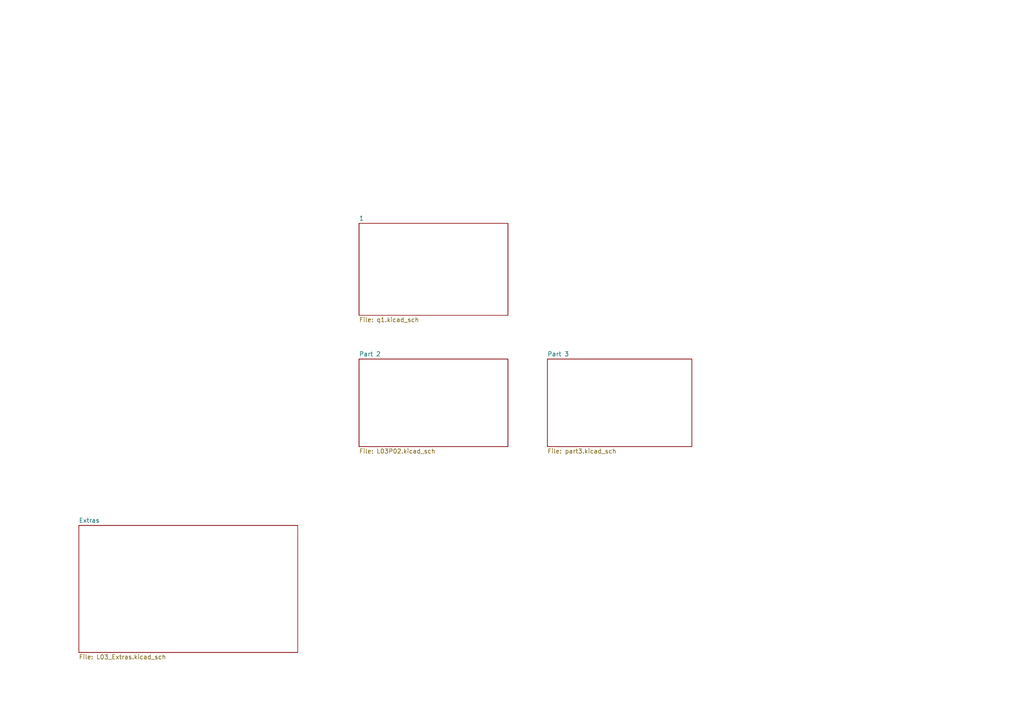
<source format=kicad_sch>
(kicad_sch (version 20230121) (generator eeschema)
  (paper "A4")
  (lib_symbols)
  (sheet (at 22.86 152.4) (size 63.5 36.83) (stroke (width 0.1524))
    (property "Sheetname" "Extras" (at 22.86 151.6884 0) (effects (justify left bottom)))
    (property "Sheetfile" "L03_Extras.kicad_sch" (at 22.86 189.8146 0) (effects (justify left top)))
  )
  (sheet (at 158.75 104.14) (size 41.91 25.4) (stroke (width 0.1524))
    (property "Sheetname" "Part 3" (at 158.75 103.4284 0) (effects (justify left bottom)))
    (property "Sheetfile" "part3.kicad_sch" (at 158.75 130.1246 0) (effects (justify left top)))
  )
  (sheet (at 104.14 64.77) (size 43.18 26.67) (stroke (width 0.1524))
    (property "Sheetname" "1" (at 104.14 64.0584 0) (effects (justify left bottom)))
    (property "Sheetfile" "q1.kicad_sch" (at 104.14 92.0246 0) (effects (justify left top)))
  )
  (sheet (at 104.14 104.14) (size 43.18 25.4) (stroke (width 0.1524))
    (property "Sheetname" "Part 2" (at 104.14 103.4284 0) (effects (justify left bottom)))
    (property "Sheetfile" "L03P02.kicad_sch" (at 104.14 130.1246 0) (effects (justify left top)))
  )
)
</source>
